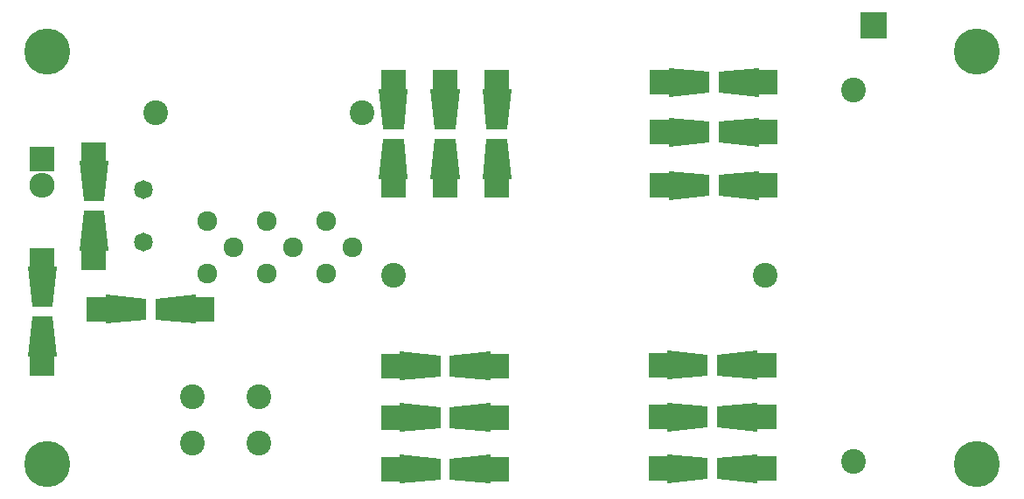
<source format=gbr>
G04 #@! TF.FileFunction,Soldermask,Top*
%FSLAX46Y46*%
G04 Gerber Fmt 4.6, Leading zero omitted, Abs format (unit mm)*
G04 Created by KiCad (PCBNEW 4.0.5+dfsg1-4) date Thu Mar 15 19:33:26 2018*
%MOMM*%
%LPD*%
G01*
G04 APERTURE LIST*
%ADD10C,0.100000*%
%ADD11C,4.464000*%
%ADD12R,2.635200X2.635200*%
%ADD13R,2.432000X2.432000*%
%ADD14O,2.432000X2.432000*%
%ADD15C,1.822400*%
%ADD16C,2.398980*%
%ADD17R,2.398980X2.398980*%
%ADD18C,2.400000*%
%ADD19C,1.924000*%
G04 APERTURE END LIST*
D10*
D11*
X55000000Y-80000000D03*
X55000000Y-120000000D03*
X145000000Y-120000000D03*
D12*
X135000000Y-77500000D03*
D13*
X54500000Y-90460000D03*
D14*
X54500000Y-93000000D03*
D15*
X64250000Y-98500000D03*
X64250000Y-93420000D03*
D16*
X65500040Y-86000000D03*
X85500000Y-86000000D03*
D11*
X145000000Y-80000000D03*
D10*
G36*
X53101120Y-100886940D02*
X55898880Y-100886940D01*
X55500100Y-104787060D01*
X53499900Y-104787060D01*
X53101120Y-100886940D01*
X53101120Y-100886940D01*
G37*
G36*
X55898880Y-109613060D02*
X53101120Y-109613060D01*
X53499900Y-105712940D01*
X55500100Y-105712940D01*
X55898880Y-109613060D01*
X55898880Y-109613060D01*
G37*
D17*
X54500000Y-100248740D03*
X54500000Y-110251260D03*
D10*
G36*
X69364320Y-103601120D02*
X69364320Y-106398880D01*
X65464200Y-106000100D01*
X65464200Y-103999900D01*
X69364320Y-103601120D01*
X69364320Y-103601120D01*
G37*
G36*
X60638200Y-106398880D02*
X60638200Y-103601120D01*
X64538320Y-103999900D01*
X64538320Y-106000100D01*
X60638200Y-106398880D01*
X60638200Y-106398880D01*
G37*
D17*
X70002520Y-105000000D03*
X60000000Y-105000000D03*
D10*
G36*
X87101120Y-83638200D02*
X89898880Y-83638200D01*
X89500100Y-87538320D01*
X87499900Y-87538320D01*
X87101120Y-83638200D01*
X87101120Y-83638200D01*
G37*
G36*
X89898880Y-92364320D02*
X87101120Y-92364320D01*
X87499900Y-88464200D01*
X89500100Y-88464200D01*
X89898880Y-92364320D01*
X89898880Y-92364320D01*
G37*
D17*
X88500000Y-83000000D03*
X88500000Y-93002520D03*
D10*
G36*
X92101120Y-83638200D02*
X94898880Y-83638200D01*
X94500100Y-87538320D01*
X92499900Y-87538320D01*
X92101120Y-83638200D01*
X92101120Y-83638200D01*
G37*
G36*
X94898880Y-92364320D02*
X92101120Y-92364320D01*
X92499900Y-88464200D01*
X94500100Y-88464200D01*
X94898880Y-92364320D01*
X94898880Y-92364320D01*
G37*
D17*
X93500000Y-83000000D03*
X93500000Y-93002520D03*
D10*
G36*
X97101120Y-83638200D02*
X99898880Y-83638200D01*
X99500100Y-87538320D01*
X97499900Y-87538320D01*
X97101120Y-83638200D01*
X97101120Y-83638200D01*
G37*
G36*
X99898880Y-92364320D02*
X97101120Y-92364320D01*
X97499900Y-88464200D01*
X99500100Y-88464200D01*
X99898880Y-92364320D01*
X99898880Y-92364320D01*
G37*
D17*
X98500000Y-83000000D03*
X98500000Y-93002520D03*
D10*
G36*
X89138200Y-121898880D02*
X89138200Y-119101120D01*
X93038320Y-119499900D01*
X93038320Y-121500100D01*
X89138200Y-121898880D01*
X89138200Y-121898880D01*
G37*
G36*
X97864320Y-119101120D02*
X97864320Y-121898880D01*
X93964200Y-121500100D01*
X93964200Y-119499900D01*
X97864320Y-119101120D01*
X97864320Y-119101120D01*
G37*
D17*
X88500000Y-120500000D03*
X98502520Y-120500000D03*
D10*
G36*
X89138200Y-116898880D02*
X89138200Y-114101120D01*
X93038320Y-114499900D01*
X93038320Y-116500100D01*
X89138200Y-116898880D01*
X89138200Y-116898880D01*
G37*
G36*
X97864320Y-114101120D02*
X97864320Y-116898880D01*
X93964200Y-116500100D01*
X93964200Y-114499900D01*
X97864320Y-114101120D01*
X97864320Y-114101120D01*
G37*
D17*
X88500000Y-115500000D03*
X98502520Y-115500000D03*
D10*
G36*
X89138200Y-111898880D02*
X89138200Y-109101120D01*
X93038320Y-109499900D01*
X93038320Y-111500100D01*
X89138200Y-111898880D01*
X89138200Y-111898880D01*
G37*
G36*
X97864320Y-109101120D02*
X97864320Y-111898880D01*
X93964200Y-111500100D01*
X93964200Y-109499900D01*
X97864320Y-109101120D01*
X97864320Y-109101120D01*
G37*
D17*
X88500000Y-110500000D03*
X98502520Y-110500000D03*
D10*
G36*
X123752945Y-119028481D02*
X123752945Y-121826241D01*
X119852825Y-121427461D01*
X119852825Y-119427261D01*
X123752945Y-119028481D01*
X123752945Y-119028481D01*
G37*
G36*
X115026825Y-121826241D02*
X115026825Y-119028481D01*
X118926945Y-119427261D01*
X118926945Y-121427461D01*
X115026825Y-121826241D01*
X115026825Y-121826241D01*
G37*
D17*
X124391145Y-120427361D03*
X114388625Y-120427361D03*
D10*
G36*
X123752945Y-114028481D02*
X123752945Y-116826241D01*
X119852825Y-116427461D01*
X119852825Y-114427261D01*
X123752945Y-114028481D01*
X123752945Y-114028481D01*
G37*
G36*
X115026825Y-116826241D02*
X115026825Y-114028481D01*
X118926945Y-114427261D01*
X118926945Y-116427461D01*
X115026825Y-116826241D01*
X115026825Y-116826241D01*
G37*
D17*
X124391145Y-115427361D03*
X114388625Y-115427361D03*
D10*
G36*
X123752945Y-109028481D02*
X123752945Y-111826241D01*
X119852825Y-111427461D01*
X119852825Y-109427261D01*
X123752945Y-109028481D01*
X123752945Y-109028481D01*
G37*
G36*
X115026825Y-111826241D02*
X115026825Y-109028481D01*
X118926945Y-109427261D01*
X118926945Y-111427461D01*
X115026825Y-111826241D01*
X115026825Y-111826241D01*
G37*
D17*
X124391145Y-110427361D03*
X114388625Y-110427361D03*
D10*
G36*
X123884927Y-91601120D02*
X123884927Y-94398880D01*
X119984807Y-94000100D01*
X119984807Y-91999900D01*
X123884927Y-91601120D01*
X123884927Y-91601120D01*
G37*
G36*
X115158807Y-94398880D02*
X115158807Y-91601120D01*
X119058927Y-91999900D01*
X119058927Y-94000100D01*
X115158807Y-94398880D01*
X115158807Y-94398880D01*
G37*
D17*
X124523127Y-93000000D03*
X114520607Y-93000000D03*
D10*
G36*
X123884927Y-86426952D02*
X123884927Y-89224712D01*
X119984807Y-88825932D01*
X119984807Y-86825732D01*
X123884927Y-86426952D01*
X123884927Y-86426952D01*
G37*
G36*
X115158807Y-89224712D02*
X115158807Y-86426952D01*
X119058927Y-86825732D01*
X119058927Y-88825932D01*
X115158807Y-89224712D01*
X115158807Y-89224712D01*
G37*
D17*
X124523127Y-87825832D03*
X114520607Y-87825832D03*
D10*
G36*
X123884927Y-81601120D02*
X123884927Y-84398880D01*
X119984807Y-84000100D01*
X119984807Y-81999900D01*
X123884927Y-81601120D01*
X123884927Y-81601120D01*
G37*
G36*
X115158807Y-84398880D02*
X115158807Y-81601120D01*
X119058927Y-81999900D01*
X119058927Y-84000100D01*
X115158807Y-84398880D01*
X115158807Y-84398880D01*
G37*
D17*
X124523127Y-83000000D03*
X114520607Y-83000000D03*
D18*
X69000000Y-118000000D03*
X69000000Y-113500000D03*
X75500000Y-118000000D03*
X75500000Y-113500000D03*
D19*
X84540000Y-98960000D03*
X82000000Y-101500000D03*
X82000000Y-96420000D03*
D10*
G36*
X60898880Y-99363060D02*
X58101120Y-99363060D01*
X58499900Y-95462940D01*
X60500100Y-95462940D01*
X60898880Y-99363060D01*
X60898880Y-99363060D01*
G37*
G36*
X58101120Y-90636940D02*
X60898880Y-90636940D01*
X60500100Y-94537060D01*
X58499900Y-94537060D01*
X58101120Y-90636940D01*
X58101120Y-90636940D01*
G37*
D17*
X59500000Y-100001260D03*
X59500000Y-89998740D03*
D18*
X133000000Y-119750000D03*
X133000000Y-83750000D03*
X88500000Y-101750000D03*
X124500000Y-101750000D03*
D19*
X78750000Y-99000000D03*
X76210000Y-101540000D03*
X76210000Y-96460000D03*
X73000000Y-99000000D03*
X70460000Y-101540000D03*
X70460000Y-96460000D03*
M02*

</source>
